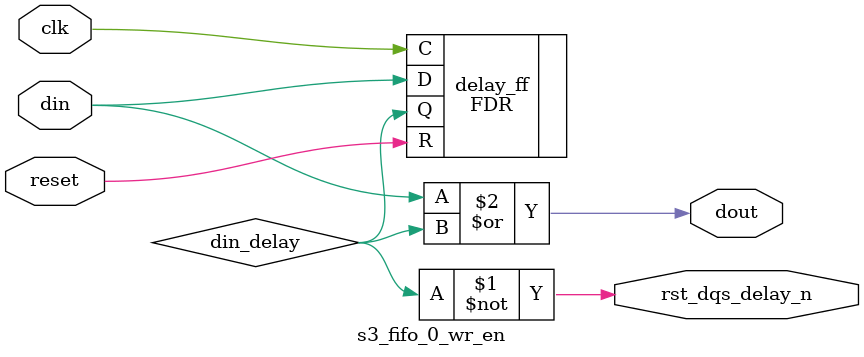
<source format=v>

`timescale 1ns/100ps

module s3_fifo_0_wr_en 
  (
   input  clk,
   input  reset,
   input  din,
   output rst_dqs_delay_n,
   output dout
   );

  wire din_delay /* synthesis syn_keep=1 */;

  localparam TIE_HIGH = 1'b1;

  assign rst_dqs_delay_n = ~din_delay; 
  assign dout = (din | (din_delay));
  
  FDR delay_ff 
    (
     .Q   (din_delay),
     .C   (clk),
     .R   (reset),
     .D   (din)
     );

endmodule 


</source>
